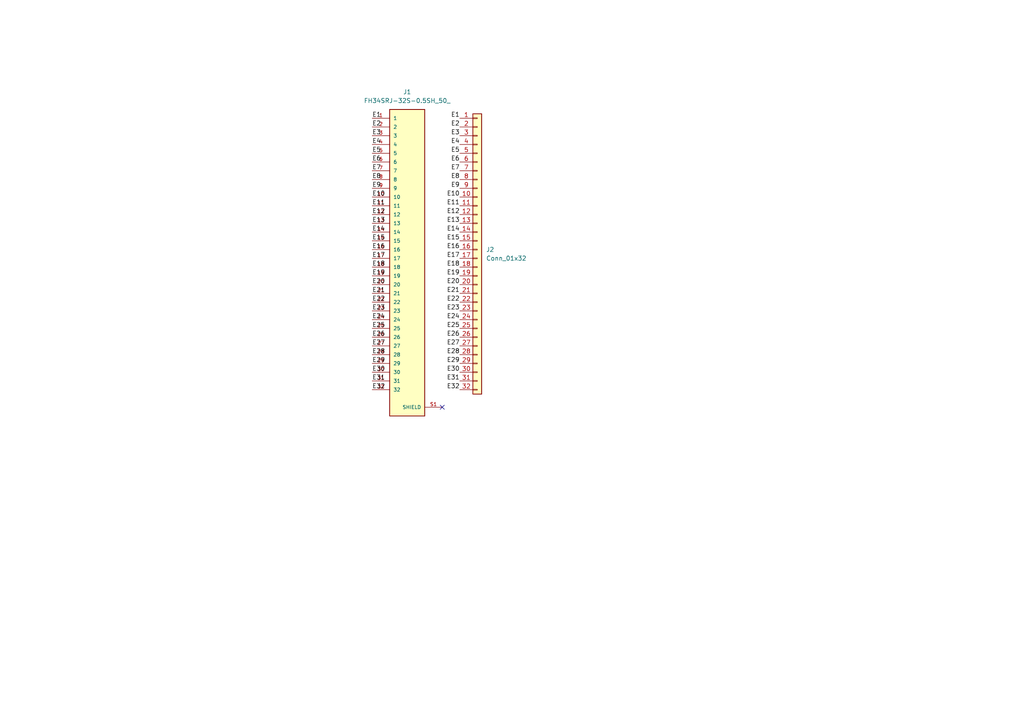
<source format=kicad_sch>
(kicad_sch (version 20250114) (generator "eeschema") (generator_version "9.0")
  (paper "A4")
  (lib_symbols
    (symbol "Connector_Generic:Conn_01x32" (pin_names (offset 1.016) (hide yes))
      (property "Reference" "J" (at 0 40.64 0))
      (property "Value" "Conn_01x32" (at 0 -43.18 0))
      (symbol "Conn_01x32_1_1"
        (rectangle (start -1.27 39.37) (end 1.27 -41.91) (stroke (width 0.254)) (fill (type background)))
        (rectangle (start -1.27 38.227) (end 0 37.973) (stroke (width 0.1524)))
        (rectangle (start -1.27 35.687) (end 0 35.433) (stroke (width 0.1524)))
        (rectangle (start -1.27 33.147) (end 0 32.893) (stroke (width 0.1524)))
        (rectangle (start -1.27 30.607) (end 0 30.353) (stroke (width 0.1524)))
        (rectangle (start -1.27 28.067) (end 0 27.813) (stroke (width 0.1524)))
        (rectangle (start -1.27 25.527) (end 0 25.273) (stroke (width 0.1524)))
        (rectangle (start -1.27 22.987) (end 0 22.733) (stroke (width 0.1524)))
        (rectangle (start -1.27 20.447) (end 0 20.193) (stroke (width 0.1524)))
        (rectangle (start -1.27 17.907) (end 0 17.653) (stroke (width 0.1524)))
        (rectangle (start -1.27 15.367) (end 0 15.113) (stroke (width 0.1524)))
        (rectangle (start -1.27 12.827) (end 0 12.573) (stroke (width 0.1524)))
        (rectangle (start -1.27 10.287) (end 0 10.033) (stroke (width 0.1524)))
        (rectangle (start -1.27 7.747) (end 0 7.493) (stroke (width 0.1524)))
        (rectangle (start -1.27 5.207) (end 0 4.953) (stroke (width 0.1524)))
        (rectangle (start -1.27 2.667) (end 0 2.413) (stroke (width 0.1524)))
        (rectangle (start -1.27 0.127) (end 0 -0.127) (stroke (width 0.1524)))
        (rectangle (start -1.27 -2.413) (end 0 -2.667) (stroke (width 0.1524)))
        (rectangle (start -1.27 -4.953) (end 0 -5.207) (stroke (width 0.1524)))
        (rectangle (start -1.27 -7.493) (end 0 -7.747) (stroke (width 0.1524)))
        (rectangle (start -1.27 -10.033) (end 0 -10.287) (stroke (width 0.1524)))
        (rectangle (start -1.27 -12.573) (end 0 -12.827) (stroke (width 0.1524)))
        (rectangle (start -1.27 -15.113) (end 0 -15.367) (stroke (width 0.1524)))
        (rectangle (start -1.27 -17.653) (end 0 -17.907) (stroke (width 0.1524)))
        (rectangle (start -1.27 -20.193) (end 0 -20.447) (stroke (width 0.1524)))
        (rectangle (start -1.27 -22.733) (end 0 -22.987) (stroke (width 0.1524)))
        (rectangle (start -1.27 -25.273) (end 0 -25.527) (stroke (width 0.1524)))
        (rectangle (start -1.27 -27.813) (end 0 -28.067) (stroke (width 0.1524)))
        (rectangle (start -1.27 -30.353) (end 0 -30.607) (stroke (width 0.1524)))
        (rectangle (start -1.27 -32.893) (end 0 -33.147) (stroke (width 0.1524)))
        (rectangle (start -1.27 -35.433) (end 0 -35.687) (stroke (width 0.1524)))
        (rectangle (start -1.27 -37.973) (end 0 -38.227) (stroke (width 0.1524)))
        (rectangle (start -1.27 -40.513) (end 0 -40.767) (stroke (width 0.1524)))
        (pin passive line (at -5.08 38.1 0) (length 3.81) (name "Pin_1") (number "1"))
        (pin passive line (at -5.08 35.56 0) (length 3.81) (name "Pin_2") (number "2"))
        (pin passive line (at -5.08 33.02 0) (length 3.81) (name "Pin_3") (number "3"))
        (pin passive line (at -5.08 30.48 0) (length 3.81) (name "Pin_4") (number "4"))
        (pin passive line (at -5.08 27.94 0) (length 3.81) (name "Pin_5") (number "5"))
        (pin passive line (at -5.08 25.4 0) (length 3.81) (name "Pin_6") (number "6"))
        (pin passive line (at -5.08 22.86 0) (length 3.81) (name "Pin_7") (number "7"))
        (pin passive line (at -5.08 20.32 0) (length 3.81) (name "Pin_8") (number "8"))
        (pin passive line (at -5.08 17.78 0) (length 3.81) (name "Pin_9") (number "9"))
        (pin passive line (at -5.08 15.24 0) (length 3.81) (name "Pin_10") (number "10"))
        (pin passive line (at -5.08 12.7 0) (length 3.81) (name "Pin_11") (number "11"))
        (pin passive line (at -5.08 10.16 0) (length 3.81) (name "Pin_12") (number "12"))
        (pin passive line (at -5.08 7.62 0) (length 3.81) (name "Pin_13") (number "13"))
        (pin passive line (at -5.08 5.08 0) (length 3.81) (name "Pin_14") (number "14"))
        (pin passive line (at -5.08 2.54 0) (length 3.81) (name "Pin_15") (number "15"))
        (pin passive line (at -5.08 0 0) (length 3.81) (name "Pin_16") (number "16"))
        (pin passive line (at -5.08 -2.54 0) (length 3.81) (name "Pin_17") (number "17"))
        (pin passive line (at -5.08 -5.08 0) (length 3.81) (name "Pin_18") (number "18"))
        (pin passive line (at -5.08 -7.62 0) (length 3.81) (name "Pin_19") (number "19"))
        (pin passive line (at -5.08 -10.16 0) (length 3.81) (name "Pin_20") (number "20"))
        (pin passive line (at -5.08 -12.7 0) (length 3.81) (name "Pin_21") (number "21"))
        (pin passive line (at -5.08 -15.24 0) (length 3.81) (name "Pin_22") (number "22"))
        (pin passive line (at -5.08 -17.78 0) (length 3.81) (name "Pin_23") (number "23"))
        (pin passive line (at -5.08 -20.32 0) (length 3.81) (name "Pin_24") (number "24"))
        (pin passive line (at -5.08 -22.86 0) (length 3.81) (name "Pin_25") (number "25"))
        (pin passive line (at -5.08 -25.4 0) (length 3.81) (name "Pin_26") (number "26"))
        (pin passive line (at -5.08 -27.94 0) (length 3.81) (name "Pin_27") (number "27"))
        (pin passive line (at -5.08 -30.48 0) (length 3.81) (name "Pin_28") (number "28"))
        (pin passive line (at -5.08 -33.02 0) (length 3.81) (name "Pin_29") (number "29"))
        (pin passive line (at -5.08 -35.56 0) (length 3.81) (name "Pin_30") (number "30"))
        (pin passive line (at -5.08 -38.1 0) (length 3.81) (name "Pin_31") (number "31"))
        (pin passive line (at -5.08 -40.64 0) (length 3.81) (name "Pin_32") (number "32"))
      )
    )
    (symbol "FH34SRJ-32S-0.5SH_50_:FH34SRJ-32S-0.5SH_50_" (pin_names (offset 1.016))
      (property "Reference" "J" (at -5.58 43.18 0))
      (property "Value" "FH34SRJ-32S-0.5SH_50_" (at -5.08 -48.26 0))
      (symbol "FH34SRJ-32S-0.5SH_50__0_0"
        (rectangle (start -5.08 -45.72) (end 5.08 43.18) (stroke (width 0.254)) (fill (type background)))
        (pin passive line (at -10.16 40.64 0) (length 5.08) (name "1") (number "1"))
        (pin passive line (at -10.16 38.1 0) (length 5.08) (name "2") (number "2"))
        (pin passive line (at -10.16 35.56 0) (length 5.08) (name "3") (number "3"))
        (pin passive line (at -10.16 33.02 0) (length 5.08) (name "4") (number "4"))
        (pin passive line (at -10.16 30.48 0) (length 5.08) (name "5") (number "5"))
        (pin passive line (at -10.16 27.94 0) (length 5.08) (name "6") (number "6"))
        (pin passive line (at -10.16 25.4 0) (length 5.08) (name "7") (number "7"))
        (pin passive line (at -10.16 22.86 0) (length 5.08) (name "8") (number "8"))
        (pin passive line (at -10.16 20.32 0) (length 5.08) (name "9") (number "9"))
        (pin passive line (at -10.16 17.78 0) (length 5.08) (name "10") (number "10"))
        (pin passive line (at -10.16 15.24 0) (length 5.08) (name "11") (number "11"))
        (pin passive line (at -10.16 12.7 0) (length 5.08) (name "12") (number "12"))
        (pin passive line (at -10.16 10.16 0) (length 5.08) (name "13") (number "13"))
        (pin passive line (at -10.16 7.62 0) (length 5.08) (name "14") (number "14"))
        (pin passive line (at -10.16 5.08 0) (length 5.08) (name "15") (number "15"))
        (pin passive line (at -10.16 2.54 0) (length 5.08) (name "16") (number "16"))
        (pin passive line (at -10.16 0 0) (length 5.08) (name "17") (number "17"))
        (pin passive line (at -10.16 -2.54 0) (length 5.08) (name "18") (number "18"))
        (pin passive line (at -10.16 -5.08 0) (length 5.08) (name "19") (number "19"))
        (pin passive line (at -10.16 -7.62 0) (length 5.08) (name "20") (number "20"))
        (pin passive line (at -10.16 -10.16 0) (length 5.08) (name "21") (number "21"))
        (pin passive line (at -10.16 -12.7 0) (length 5.08) (name "22") (number "22"))
        (pin passive line (at -10.16 -15.24 0) (length 5.08) (name "23") (number "23"))
        (pin passive line (at -10.16 -17.78 0) (length 5.08) (name "24") (number "24"))
        (pin passive line (at -10.16 -20.32 0) (length 5.08) (name "25") (number "25"))
        (pin passive line (at -10.16 -22.86 0) (length 5.08) (name "26") (number "26"))
        (pin passive line (at -10.16 -25.4 0) (length 5.08) (name "27") (number "27"))
        (pin passive line (at -10.16 -27.94 0) (length 5.08) (name "28") (number "28"))
        (pin passive line (at -10.16 -30.48 0) (length 5.08) (name "29") (number "29"))
        (pin passive line (at -10.16 -33.02 0) (length 5.08) (name "30") (number "30"))
        (pin passive line (at -10.16 -35.56 0) (length 5.08) (name "31") (number "31"))
        (pin passive line (at -10.16 -38.1 0) (length 5.08) (name "32") (number "32"))
        (pin passive line (at 10.16 -43.18 180) (length 5.08) (name "SHIELD") (number "S1"))
        (pin passive line (at 10.16 -43.18 180) (length 5.08) (hide yes) (name "SHIELD") (number "S2"))
      )
    )
  )
  (no_connect (at 128.27 118.11))
  (label "E17" (at 107.95 74.93 0))
  (label "E7" (at 107.95 49.53 0))
  (label "E25" (at 133.35 95.25 180))
  (label "E11" (at 133.35 59.69 180))
  (label "E21" (at 133.35 85.09 180))
  (label "E7" (at 133.35 49.53 180))
  (label "E15" (at 107.95 69.85 0))
  (label "E10" (at 107.95 57.15 0))
  (label "E12" (at 133.35 62.23 180))
  (label "E14" (at 133.35 67.31 180))
  (label "E4" (at 107.95 41.91 0))
  (label "E20" (at 107.95 82.55 0))
  (label "E9" (at 107.95 54.61 0))
  (label "E8" (at 133.35 52.07 180))
  (label "E31" (at 107.95 110.49 0))
  (label "E5" (at 133.35 44.45 180))
  (label "E29" (at 133.35 105.41 180))
  (label "E28" (at 133.35 102.87 180))
  (label "E29" (at 107.95 105.41 0))
  (label "E20" (at 133.35 82.55 180))
  (label "E17" (at 133.35 74.93 180))
  (label "E3" (at 133.35 39.37 180))
  (label "E21" (at 107.95 85.09 0))
  (label "E26" (at 107.95 97.79 0))
  (label "E19" (at 107.95 80.01 0))
  (label "E1" (at 107.95 34.29 0))
  (label "E15" (at 133.35 69.85 180))
  (label "E6" (at 107.95 46.99 0))
  (label "E28" (at 107.95 102.87 0))
  (label "E30" (at 107.95 107.95 0))
  (label "E27" (at 107.95 100.33 0))
  (label "E22" (at 133.35 87.63 180))
  (label "E23" (at 133.35 90.17 180))
  (label "E22" (at 107.95 87.63 0))
  (label "E8" (at 107.95 52.07 0))
  (label "E6" (at 133.35 46.99 180))
  (label "E2" (at 107.95 36.83 0))
  (label "E16" (at 107.95 72.39 0))
  (label "E9" (at 133.35 54.61 180))
  (label "E24" (at 133.35 92.71 180))
  (label "E19" (at 133.35 80.01 180))
  (label "E13" (at 133.35 64.77 180))
  (label "E27" (at 133.35 100.33 180))
  (label "E32" (at 107.95 113.03 0))
  (label "E30" (at 133.35 107.95 180))
  (label "E1" (at 133.35 34.29 180))
  (label "E23" (at 107.95 90.17 0))
  (label "E16" (at 133.35 72.39 180))
  (label "E31" (at 133.35 110.49 180))
  (label "E26" (at 133.35 97.79 180))
  (label "E18" (at 107.95 77.47 0))
  (label "E32" (at 133.35 113.03 180))
  (label "E11" (at 107.95 59.69 0))
  (label "E10" (at 133.35 57.15 180))
  (label "E13" (at 107.95 64.77 0))
  (label "E2" (at 133.35 36.83 180))
  (label "E25" (at 107.95 95.25 0))
  (label "E14" (at 107.95 67.31 0))
  (label "E24" (at 107.95 92.71 0))
  (label "E18" (at 133.35 77.47 180))
  (label "E5" (at 107.95 44.45 0))
  (label "E3" (at 107.95 39.37 0))
  (label "E4" (at 133.35 41.91 180))
  (label "E12" (at 107.95 62.23 0))
  (symbol (lib_id "Connector_Generic:Conn_01x32") (at 138.43 72.39 0) (unit 1)
    (property "Reference" "J2" (at 140.97 72.3899 0) (effects (justify left)))
    (property "Value" "Conn_01x32" (at 140.97 74.9299 0) (effects (justify left)))
    (property "Footprint" "Touchpoint:EEOP_Electrodes" (effects (hide yes)))
    (property "Description" "Generic connector, single row, 01x32, script generated (kicad-library-utils/schlib/autogen/connector/)" (effects (hide yes)))
  )
  (symbol (lib_id "FH34SRJ-32S-0.5SH_50_:FH34SRJ-32S-0.5SH_50_") (at 118.11 74.93 0) (unit 1)
    (property "Reference" "J1" (at 118.11 26.67 0))
    (property "Value" "FH34SRJ-32S-0.5SH_50_" (at 118.11 29.21 0))
    (property "Footprint" "Touchpoint:HRS_FH34SRJ-32S-0.5SH_50_" (effects (hide yes)))
    (property "DigiKey_Part_Number" "26-FH34SRJ-32S-0.5SH(50)CT-ND" (effects (hide yes)))
    (property "SnapEDA_Link" "https://www.snapeda.com/parts/FH34SRJ-32S-0.5SH(50)/Hirose+Electric+Co+Ltd/view-part/?ref=snap" (effects (hide yes)))
    (property "Description_1" "32 Position FFC, FPC Connector Contacts, Top and Bottom 0.020 (0.50mm) Surface Mount, Right Angle" (effects (hide yes)))
    (property "Package" "None" (effects (hide yes)))
    (property "Check_prices" "https://www.snapeda.com/parts/FH34SRJ-32S-0.5SH(50)/Hirose+Electric+Co+Ltd/view-part/?ref=eda" (effects (hide yes)))
    (property "MF" "Hirose Electric Co Ltd" (effects (hide yes)))
    (property "MP" "FH34SRJ-32S-0.5SH(50)" (effects (hide yes)))
    (property "MANUFACTURER" "HRS" (effects (hide yes)))
  )
)
</source>
